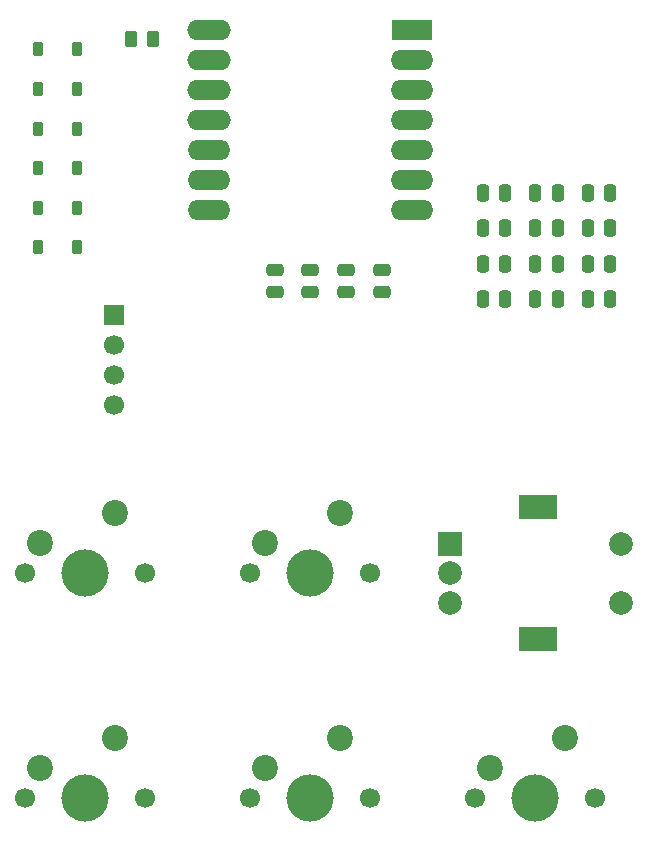
<source format=gbr>
%TF.GenerationSoftware,KiCad,Pcbnew,9.0.7*%
%TF.CreationDate,2026-01-22T22:05:33-06:00*%
%TF.ProjectId,HACK PAD!,4841434b-2050-4414-9421-2e6b69636164,rev?*%
%TF.SameCoordinates,Original*%
%TF.FileFunction,Soldermask,Top*%
%TF.FilePolarity,Negative*%
%FSLAX46Y46*%
G04 Gerber Fmt 4.6, Leading zero omitted, Abs format (unit mm)*
G04 Created by KiCad (PCBNEW 9.0.7) date 2026-01-22 22:05:33*
%MOMM*%
%LPD*%
G01*
G04 APERTURE LIST*
G04 Aperture macros list*
%AMRoundRect*
0 Rectangle with rounded corners*
0 $1 Rounding radius*
0 $2 $3 $4 $5 $6 $7 $8 $9 X,Y pos of 4 corners*
0 Add a 4 corners polygon primitive as box body*
4,1,4,$2,$3,$4,$5,$6,$7,$8,$9,$2,$3,0*
0 Add four circle primitives for the rounded corners*
1,1,$1+$1,$2,$3*
1,1,$1+$1,$4,$5*
1,1,$1+$1,$6,$7*
1,1,$1+$1,$8,$9*
0 Add four rect primitives between the rounded corners*
20,1,$1+$1,$2,$3,$4,$5,0*
20,1,$1+$1,$4,$5,$6,$7,0*
20,1,$1+$1,$6,$7,$8,$9,0*
20,1,$1+$1,$8,$9,$2,$3,0*%
G04 Aperture macros list end*
%ADD10RoundRect,0.225000X-0.225000X-0.375000X0.225000X-0.375000X0.225000X0.375000X-0.225000X0.375000X0*%
%ADD11O,3.700000X1.700000*%
%ADD12O,3.600000X1.700000*%
%ADD13R,3.500000X1.700000*%
%ADD14R,1.700000X1.700000*%
%ADD15C,1.700000*%
%ADD16RoundRect,0.250000X-0.250000X-0.475000X0.250000X-0.475000X0.250000X0.475000X-0.250000X0.475000X0*%
%ADD17R,2.000000X2.000000*%
%ADD18C,2.000000*%
%ADD19R,3.200000X2.000000*%
%ADD20RoundRect,0.250000X-0.262500X-0.450000X0.262500X-0.450000X0.262500X0.450000X-0.262500X0.450000X0*%
%ADD21C,4.000000*%
%ADD22C,2.200000*%
%ADD23RoundRect,0.250000X0.475000X-0.250000X0.475000X0.250000X-0.475000X0.250000X-0.475000X-0.250000X0*%
G04 APERTURE END LIST*
D10*
%TO.C,D3*%
X37368800Y-38543700D03*
X34068800Y-38543700D03*
%TD*%
D11*
%TO.C,U1*%
X48525000Y-30162500D03*
X48525000Y-32702500D03*
X48525000Y-35242500D03*
X48525000Y-37782500D03*
D12*
X48525000Y-40322500D03*
X48525000Y-42862500D03*
X48525000Y-45402500D03*
X65775000Y-45402500D03*
X65775000Y-42862500D03*
X65775000Y-40322500D03*
X65775000Y-37782500D03*
X65775000Y-35242500D03*
X65775000Y-32702500D03*
D13*
X65775000Y-30162500D03*
%TD*%
D14*
%TO.C,U2*%
X40481300Y-54292500D03*
D15*
X40481300Y-56832500D03*
X40481300Y-59372500D03*
X40481300Y-61912500D03*
%TD*%
D16*
%TO.C,C7*%
X76200000Y-50006200D03*
X78100000Y-50006200D03*
%TD*%
%TO.C,C5*%
X76200000Y-43986200D03*
X78100000Y-43986200D03*
%TD*%
%TO.C,C6*%
X76200000Y-46996200D03*
X78100000Y-46996200D03*
%TD*%
%TO.C,C11*%
X80650000Y-50006200D03*
X82550000Y-50006200D03*
%TD*%
D17*
%TO.C,RE1*%
X68950000Y-73700000D03*
D18*
X68950000Y-78700000D03*
X68950000Y-76200000D03*
D19*
X76450000Y-70600000D03*
X76450000Y-81800000D03*
D18*
X83450000Y-78700000D03*
X83450000Y-73700000D03*
%TD*%
D16*
%TO.C,C1*%
X71750000Y-43986200D03*
X73650000Y-43986200D03*
%TD*%
D10*
%TO.C,D17*%
X34068800Y-48593700D03*
X37368800Y-48593700D03*
%TD*%
D20*
%TO.C,R1*%
X41950000Y-30956200D03*
X43775000Y-30956200D03*
%TD*%
D15*
%TO.C,SW2*%
X52070000Y-76200000D03*
D21*
X57150000Y-76200000D03*
D15*
X62230000Y-76200000D03*
D22*
X59690000Y-71120000D03*
X53340000Y-73660000D03*
%TD*%
D15*
%TO.C,SW3*%
X33020000Y-95250000D03*
D21*
X38100000Y-95250000D03*
D15*
X43180000Y-95250000D03*
D22*
X40640000Y-90170000D03*
X34290000Y-92710000D03*
%TD*%
D16*
%TO.C,C8*%
X76200000Y-53016200D03*
X78100000Y-53016200D03*
%TD*%
D23*
%TO.C,C16*%
X63170000Y-52387500D03*
X63170000Y-50487500D03*
%TD*%
D16*
%TO.C,C4*%
X71750000Y-53016200D03*
X73650000Y-53016200D03*
%TD*%
%TO.C,C10*%
X80650000Y-46996200D03*
X82550000Y-46996200D03*
%TD*%
D23*
%TO.C,C15*%
X60160000Y-52387500D03*
X60160000Y-50487500D03*
%TD*%
D15*
%TO.C,SW5*%
X71120000Y-95250000D03*
D21*
X76200000Y-95250000D03*
D15*
X81280000Y-95250000D03*
D22*
X78740000Y-90170000D03*
X72390000Y-92710000D03*
%TD*%
D15*
%TO.C,SW4*%
X52070000Y-95250000D03*
D21*
X57150000Y-95250000D03*
D15*
X62230000Y-95250000D03*
D22*
X59690000Y-90170000D03*
X53340000Y-92710000D03*
%TD*%
D16*
%TO.C,C9*%
X80650000Y-43986200D03*
X82550000Y-43986200D03*
%TD*%
%TO.C,C3*%
X71750000Y-50006200D03*
X73650000Y-50006200D03*
%TD*%
D15*
%TO.C,SWw1*%
X33020000Y-76200000D03*
D21*
X38100000Y-76200000D03*
D15*
X43180000Y-76200000D03*
D22*
X40640000Y-71120000D03*
X34290000Y-73660000D03*
%TD*%
D16*
%TO.C,C12*%
X80650000Y-53016200D03*
X82550000Y-53016200D03*
%TD*%
D10*
%TO.C,D4*%
X34068800Y-41893700D03*
X37368800Y-41893700D03*
%TD*%
%TO.C,D5*%
X34068800Y-45243700D03*
X37368800Y-45243700D03*
%TD*%
%TO.C,D2*%
X34068800Y-35193700D03*
X37368800Y-35193700D03*
%TD*%
D23*
%TO.C,C14*%
X57150000Y-52387500D03*
X57150000Y-50487500D03*
%TD*%
D10*
%TO.C,D1*%
X34068800Y-31843700D03*
X37368800Y-31843700D03*
%TD*%
D16*
%TO.C,C2*%
X71750000Y-46996200D03*
X73650000Y-46996200D03*
%TD*%
D23*
%TO.C,C13*%
X54140000Y-52387500D03*
X54140000Y-50487500D03*
%TD*%
M02*

</source>
